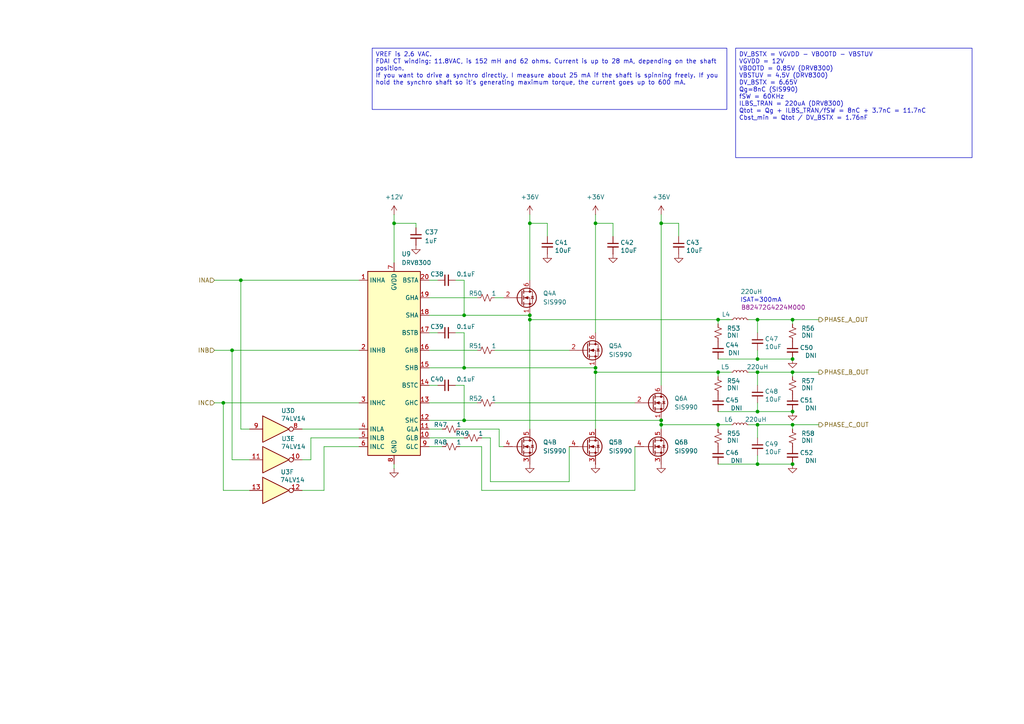
<source format=kicad_sch>
(kicad_sch (version 20250114) (generator "eeschema") (generator_version "9.0")
  (paper "A4")
  (lib_symbols
    (symbol "74xx:74LV14" (pin_names (offset 1.016))
      (property "Reference" "U" (at 0 1.27 0))
      (property "Value" "74LV14" (at 0 -1.27 0))
      (symbol "74LV14_1_0"
        (polyline (pts (xy -3.81 3.81) (xy -3.81 -3.81) (xy 3.81 0) (xy -3.81 3.81)) (stroke (width 0.254)) (fill (type background)))
        (pin input line (at -7.62 0 0) (length 3.81) (name "~") (number "1"))
        (pin output inverted (at 7.62 0 180) (length 3.81) (name "~") (number "2"))
      )
      (symbol "74LV14_2_0"
        (polyline (pts (xy -3.81 3.81) (xy -3.81 -3.81) (xy 3.81 0) (xy -3.81 3.81)) (stroke (width 0.254)) (fill (type background)))
        (pin input line (at -7.62 0 0) (length 3.81) (name "~") (number "3"))
        (pin output inverted (at 7.62 0 180) (length 3.81) (name "~") (number "4"))
      )
      (symbol "74LV14_3_0"
        (polyline (pts (xy -3.81 3.81) (xy -3.81 -3.81) (xy 3.81 0) (xy -3.81 3.81)) (stroke (width 0.254)) (fill (type background)))
        (pin input line (at -7.62 0 0) (length 3.81) (name "~") (number "5"))
        (pin output inverted (at 7.62 0 180) (length 3.81) (name "~") (number "6"))
      )
      (symbol "74LV14_4_0"
        (polyline (pts (xy -3.81 3.81) (xy -3.81 -3.81) (xy 3.81 0) (xy -3.81 3.81)) (stroke (width 0.254)) (fill (type background)))
        (pin input line (at -7.62 0 0) (length 3.81) (name "~") (number "9"))
        (pin output inverted (at 7.62 0 180) (length 3.81) (name "~") (number "8"))
      )
      (symbol "74LV14_5_0"
        (polyline (pts (xy -3.81 3.81) (xy -3.81 -3.81) (xy 3.81 0) (xy -3.81 3.81)) (stroke (width 0.254)) (fill (type background)))
        (pin input line (at -7.62 0 0) (length 3.81) (name "~") (number "11"))
        (pin output inverted (at 7.62 0 180) (length 3.81) (name "~") (number "10"))
      )
      (symbol "74LV14_6_0"
        (polyline (pts (xy -3.81 3.81) (xy -3.81 -3.81) (xy 3.81 0) (xy -3.81 3.81)) (stroke (width 0.254)) (fill (type background)))
        (pin input line (at -7.62 0 0) (length 3.81) (name "~") (number "13"))
        (pin output inverted (at 7.62 0 180) (length 3.81) (name "~") (number "12"))
      )
      (symbol "74LV14_7_0"
        (pin power_in line (at 0 12.7 270) (length 5.08) (name "3.3V") (number "14"))
        (pin power_in line (at 0 -12.7 90) (length 5.08) (name "GND") (number "7"))
      )
      (symbol "74LV14_7_1"
        (rectangle (start -5.08 7.62) (end 5.08 -7.62) (stroke (width 0.254)) (fill (type background)))
      )
    )
    (symbol "Device:C_Small" (pin_numbers (hide yes)) (pin_names (offset 0.254) (hide yes))
      (property "Reference" "C" (at 0.254 1.778 0))
      (property "Value" "C_Small" (at 0.254 -2.032 0))
      (symbol "C_Small_0_1"
        (polyline (pts (xy -1.524 0.508) (xy 1.524 0.508)) (stroke (width 0.3048)))
        (polyline (pts (xy -1.524 -0.508) (xy 1.524 -0.508)) (stroke (width 0.3302)))
      )
      (symbol "C_Small_1_1"
        (pin passive line (at 0 2.54 270) (length 2.032) (name "~") (number "1"))
        (pin passive line (at 0 -2.54 90) (length 2.032) (name "~") (number "2"))
      )
    )
    (symbol "Device:L_Small" (pin_numbers (hide yes)) (pin_names (offset 0.254) (hide yes))
      (property "Reference" "L" (at 0.762 1.016 0))
      (property "Value" "L_Small" (at 0.762 -1.016 0))
      (symbol "L_Small_0_1"
        (arc (start 0 2.032) (mid 0.5058 1.524) (end 0 1.016))
        (arc (start 0 1.016) (mid 0.5058 0.508) (end 0 0))
        (arc (start 0 0) (mid 0.5058 -0.508) (end 0 -1.016))
        (arc (start 0 -1.016) (mid 0.5058 -1.524) (end 0 -2.032))
      )
      (symbol "L_Small_1_1"
        (pin passive line (at 0 2.54 270) (length 0.508) (name "~") (number "1"))
        (pin passive line (at 0 -2.54 90) (length 0.508) (name "~") (number "2"))
      )
    )
    (symbol "Device:R_Small_US" (pin_numbers (hide yes)) (pin_names (offset 0.254) (hide yes))
      (property "Reference" "R" (at 0.762 0.508 0))
      (property "Value" "R_Small_US" (at 0.762 -1.016 0))
      (symbol "R_Small_US_1_1"
        (polyline (pts (xy 0 1.524) (xy 1.016 1.143) (xy 0 0.762) (xy -1.016 0.381) (xy 0 0)))
        (polyline (pts (xy 0 0) (xy 1.016 -0.381) (xy 0 -0.762) (xy -1.016 -1.143) (xy 0 -1.524)))
        (pin passive line (at 0 2.54 270) (length 1.016) (name "~") (number "1"))
        (pin passive line (at 0 -2.54 90) (length 1.016) (name "~") (number "2"))
      )
    )
    (symbol "Transistor_FET:Q_Dual_NMOS_S1G1S2G2D2D1" (pin_names (offset 0) (hide yes))
      (property "Reference" "Q" (at 5.08 1.905 0))
      (property "Value" "Q_Dual_NMOS_S1G1S2G2D2D1" (at 5.08 0 0))
      (symbol "Q_Dual_NMOS_S1G1S2G2D2D1_0_1"
        (polyline (pts (xy 0.254 1.905) (xy 0.254 -1.905)) (stroke (width 0.254)))
        (polyline (pts (xy 0.254 0) (xy -2.54 0)))
        (polyline (pts (xy 0.762 2.286) (xy 0.762 1.27)) (stroke (width 0.254)))
        (polyline (pts (xy 0.762 0.508) (xy 0.762 -0.508)) (stroke (width 0.254)))
        (polyline (pts (xy 0.762 -1.27) (xy 0.762 -2.286)) (stroke (width 0.254)))
        (polyline (pts (xy 0.762 -1.778) (xy 3.302 -1.778) (xy 3.302 1.778) (xy 0.762 1.778)))
        (polyline (pts (xy 1.016 0) (xy 2.032 0.381) (xy 2.032 -0.381) (xy 1.016 0)) (fill (type outline)))
        (circle (center 1.651 0) (radius 2.794) (stroke (width 0.254)))
        (polyline (pts (xy 2.54 2.54) (xy 2.54 1.778)))
        (circle (center 2.54 1.778) (radius 0.254) (fill (type outline)))
        (circle (center 2.54 -1.778) (radius 0.254) (fill (type outline)))
        (polyline (pts (xy 2.54 -2.54) (xy 2.54 0) (xy 0.762 0)))
        (polyline (pts (xy 2.921 0.381) (xy 3.683 0.381)))
        (polyline (pts (xy 3.302 0.381) (xy 2.921 -0.254) (xy 3.683 -0.254) (xy 3.302 0.381)))
      )
      (symbol "Q_Dual_NMOS_S1G1S2G2D2D1_1_1"
        (pin input line (at -5.08 0 0) (length 2.54) (name "G") (number "2"))
        (pin passive line (at 2.54 5.08 270) (length 2.54) (name "D") (number "6"))
        (pin passive line (at 2.54 -5.08 90) (length 2.54) (name "S") (number "1"))
      )
      (symbol "Q_Dual_NMOS_S1G1S2G2D2D1_2_1"
        (pin input line (at -5.08 0 0) (length 2.54) (name "G") (number "4"))
        (pin passive line (at 2.54 5.08 270) (length 2.54) (name "D") (number "5"))
        (pin passive line (at 2.54 -5.08 90) (length 2.54) (name "S") (number "3"))
      )
    )
    (symbol "misc_ic:DRV8300"
      (property "Reference" "U" (at 10.668 4.572 0))
      (property "Value" "DRV8300" (at 14.224 2.032 0))
      (symbol "DRV8300_1_1"
        (rectangle (start 0 0) (end 15.24 -53.34) (stroke (width 0.254)) (fill (type background)))
        (pin input line (at -2.54 -2.54 0) (length 2.54) (name "INHA") (number "1"))
        (pin input line (at -2.54 -22.86 0) (length 2.54) (name "INHB") (number "2"))
        (pin input line (at -2.54 -38.1 0) (length 2.54) (name "INHC") (number "3"))
        (pin input line (at -2.54 -45.72 0) (length 2.54) (name "INLA") (number "4"))
        (pin input line (at -2.54 -48.26 0) (length 2.54) (name "INLB") (number "5"))
        (pin input line (at -2.54 -50.8 0) (length 2.54) (name "INLC") (number "6"))
        (pin power_in line (at 7.62 2.54 270) (length 2.54) (name "GVDD") (number "7"))
        (pin power_in line (at 7.62 -55.88 90) (length 2.54) (name "GND") (number "8"))
        (pin output line (at 17.78 -2.54 180) (length 2.54) (name "BSTA") (number "20"))
        (pin output line (at 17.78 -7.62 180) (length 2.54) (name "GHA") (number "19"))
        (pin passive line (at 17.78 -12.7 180) (length 2.54) (name "SHA") (number "18"))
        (pin output line (at 17.78 -17.78 180) (length 2.54) (name "BSTB") (number "17"))
        (pin output line (at 17.78 -22.86 180) (length 2.54) (name "GHB") (number "16"))
        (pin passive line (at 17.78 -27.94 180) (length 2.54) (name "SHB") (number "15"))
        (pin output line (at 17.78 -33.02 180) (length 2.54) (name "BSTC") (number "14"))
        (pin output line (at 17.78 -38.1 180) (length 2.54) (name "GHC") (number "13"))
        (pin passive line (at 17.78 -43.18 180) (length 2.54) (name "SHC") (number "12"))
        (pin output line (at 17.78 -45.72 180) (length 2.54) (name "GLA") (number "11"))
        (pin output line (at 17.78 -48.26 180) (length 2.54) (name "GLB") (number "10"))
        (pin output line (at 17.78 -50.8 180) (length 2.54) (name "GLC") (number "9"))
      )
    )
    (symbol "power:+12V" (power) (pin_numbers (hide yes)) (pin_names (offset 0) (hide yes))
      (property "Value" "+12V" (at 0 3.556 0))
      (symbol "+12V_0_1"
        (polyline (pts (xy -0.762 1.27) (xy 0 2.54)))
        (polyline (pts (xy 0 2.54) (xy 0.762 1.27)))
        (polyline (pts (xy 0 0) (xy 0 2.54)))
      )
      (symbol "+12V_1_1"
        (pin power_in line (at 0 0 90) (length 0) (name "~") (number "1"))
      )
    )
    (symbol "power:+36V" (power) (pin_numbers (hide yes)) (pin_names (offset 0) (hide yes))
      (property "Value" "+36V" (at 0 3.556 0))
      (symbol "+36V_0_1"
        (polyline (pts (xy -0.762 1.27) (xy 0 2.54)))
        (polyline (pts (xy 0 2.54) (xy 0.762 1.27)))
        (polyline (pts (xy 0 0) (xy 0 2.54)))
      )
      (symbol "+36V_1_1"
        (pin power_in line (at 0 0 90) (length 0) (name "~") (number "1"))
      )
    )
    (symbol "power:GND" (power) (pin_numbers (hide yes)) (pin_names (offset 0) (hide yes))
      (property "Value" "GND" (at 0 -3.81 0))
      (symbol "GND_0_1"
        (polyline (pts (xy 0 0) (xy 0 -1.27) (xy 1.27 -1.27) (xy 0 -2.54) (xy -1.27 -1.27) (xy 0 -1.27)))
      )
      (symbol "GND_1_1"
        (pin power_in line (at 0 0 270) (length 0) (name "~") (number "1"))
      )
    )
  )
  (text "ISAT=300mA" (at 220.726 87.122 0) (effects (font (size 1.27 1.27))))
  (text_box "DV_BSTX = VGVDD - VBOOTD - VBSTUV\nVGVDD = 12V\nVBOOTD = 0.85V (DRV8300)\nVBSTUV = 4.5V (DRV8300)\nDV_BSTX = 6.65V\nQg=8nC (SIS990)\nfSW = 60KHz\nILBS_TRAN = 220uA (DRV8300)\nQtot = Qg + ILBS_TRAN/fSW = 8nC + 3.7nC = 11.7nC\nCbst_min = Qtot / DV_BSTX = 1.76nF" (at 213.36 13.97 0) (size 68.58 31.75) (margins 0.9525 0.9525 0.9525 0.9525) (effects (font (size 1.27 1.27)) (justify left top)))
  (text_box "VREF is 2.6 VAC.\nFDAI CT winding: 11.8VAC, is 152 mH and 62 ohms. Current is up to 28 mA, depending on the shaft position.\nIf you want to drive a synchro directly, I measure about 25 mA if the shaft is spinning freely. If you hold the synchro shaft so it's generating maximum torque, the current goes up to 600 mA.\n" (at 107.95 13.97 0) (size 102.87 17.78) (margins 0.9525 0.9525 0.9525 0.9525) (effects (font (size 1.27 1.27)) (justify left top)))
  (junction (at 64.77 116.84))
  (junction (at 172.72 107.95))
  (junction (at 219.71 119.38))
  (junction (at 153.67 91.44))
  (junction (at 134.62 121.92))
  (junction (at 134.62 106.68))
  (junction (at 191.77 123.19))
  (junction (at 153.67 64.77))
  (junction (at 153.67 92.71))
  (junction (at 219.71 123.19))
  (junction (at 219.71 107.95))
  (junction (at 69.85 81.28))
  (junction (at 229.87 134.62))
  (junction (at 172.72 106.68))
  (junction (at 219.71 104.14))
  (junction (at 219.71 134.62))
  (junction (at 229.87 119.38))
  (junction (at 172.72 64.77))
  (junction (at 229.87 107.95))
  (junction (at 208.28 92.71))
  (junction (at 229.87 123.19))
  (junction (at 208.28 123.19))
  (junction (at 219.71 92.71))
  (junction (at 229.87 92.71))
  (junction (at 208.28 107.95))
  (junction (at 191.77 121.92))
  (junction (at 67.31 101.6))
  (junction (at 134.62 91.44))
  (junction (at 191.77 64.77))
  (junction (at 114.3 64.77))
  (junction (at 229.87 104.14))
  (wire (pts (xy 172.72 62.23) (xy 172.72 64.77)))
  (wire (pts (xy 143.51 116.84) (xy 184.15 116.84)))
  (wire (pts (xy 144.78 129.54) (xy 146.05 129.54)))
  (wire (pts (xy 229.87 107.95) (xy 229.87 109.22)))
  (wire (pts (xy 128.27 129.54) (xy 124.46 129.54)))
  (wire (pts (xy 114.3 135.89) (xy 114.3 134.62)))
  (wire (pts (xy 134.62 106.68) (xy 172.72 106.68)))
  (wire (pts (xy 124.46 96.52) (xy 127 96.52)))
  (wire (pts (xy 229.87 123.19) (xy 237.49 123.19)))
  (wire (pts (xy 134.62 111.76) (xy 134.62 121.92)))
  (wire (pts (xy 208.28 123.19) (xy 208.28 124.46)))
  (wire (pts (xy 191.77 123.19) (xy 191.77 124.46)))
  (wire (pts (xy 208.28 107.95) (xy 212.09 107.95)))
  (wire (pts (xy 72.39 133.35) (xy 67.31 133.35)))
  (wire (pts (xy 219.71 134.62) (xy 219.71 132.08)))
  (wire (pts (xy 128.27 124.46) (xy 124.46 124.46)))
  (wire (pts (xy 143.51 101.6) (xy 165.1 101.6)))
  (wire (pts (xy 208.28 92.71) (xy 208.28 93.98)))
  (wire (pts (xy 158.75 64.77) (xy 153.67 64.77)))
  (wire (pts (xy 208.28 92.71) (xy 212.09 92.71)))
  (wire (pts (xy 172.72 107.95) (xy 208.28 107.95)))
  (wire (pts (xy 134.62 121.92) (xy 191.77 121.92)))
  (wire (pts (xy 69.85 81.28) (xy 104.14 81.28)))
  (wire (pts (xy 144.78 129.54) (xy 144.78 124.46)))
  (wire (pts (xy 177.8 68.58) (xy 177.8 64.77)))
  (wire (pts (xy 143.51 86.36) (xy 146.05 86.36)))
  (wire (pts (xy 93.98 129.54) (xy 93.98 142.24)))
  (wire (pts (xy 229.87 123.19) (xy 229.87 124.46)))
  (wire (pts (xy 153.67 92.71) (xy 153.67 124.46)))
  (wire (pts (xy 132.08 111.76) (xy 134.62 111.76)))
  (wire (pts (xy 219.71 104.14) (xy 229.87 104.14)))
  (wire (pts (xy 124.46 81.28) (xy 127 81.28)))
  (wire (pts (xy 67.31 133.35) (xy 67.31 101.6)))
  (wire (pts (xy 208.28 107.95) (xy 208.28 109.22)))
  (wire (pts (xy 114.3 64.77) (xy 120.65 64.77)))
  (wire (pts (xy 172.72 64.77) (xy 172.72 96.52)))
  (wire (pts (xy 219.71 119.38) (xy 219.71 116.84)))
  (wire (pts (xy 114.3 62.23) (xy 114.3 64.77)))
  (wire (pts (xy 142.24 139.7) (xy 142.24 127)))
  (wire (pts (xy 142.24 127) (xy 139.7 127)))
  (wire (pts (xy 219.71 107.95) (xy 229.87 107.95)))
  (wire (pts (xy 153.67 91.44) (xy 153.67 92.71)))
  (wire (pts (xy 229.87 92.71) (xy 237.49 92.71)))
  (wire (pts (xy 134.62 127) (xy 124.46 127)))
  (wire (pts (xy 219.71 119.38) (xy 229.87 119.38)))
  (wire (pts (xy 120.65 64.77) (xy 120.65 66.04)))
  (wire (pts (xy 124.46 111.76) (xy 127 111.76)))
  (wire (pts (xy 124.46 91.44) (xy 134.62 91.44)))
  (wire (pts (xy 153.67 64.77) (xy 153.67 81.28)))
  (wire (pts (xy 132.08 96.52) (xy 134.62 96.52)))
  (wire (pts (xy 219.71 96.52) (xy 219.71 92.71)))
  (wire (pts (xy 158.75 68.58) (xy 158.75 64.77)))
  (wire (pts (xy 124.46 101.6) (xy 138.43 101.6)))
  (wire (pts (xy 165.1 139.7) (xy 142.24 139.7)))
  (wire (pts (xy 208.28 104.14) (xy 219.71 104.14)))
  (wire (pts (xy 124.46 106.68) (xy 134.62 106.68)))
  (wire (pts (xy 208.28 134.62) (xy 219.71 134.62)))
  (wire (pts (xy 208.28 123.19) (xy 212.09 123.19)))
  (wire (pts (xy 93.98 129.54) (xy 104.14 129.54)))
  (wire (pts (xy 184.15 129.54) (xy 184.15 142.24)))
  (wire (pts (xy 62.23 101.6) (xy 67.31 101.6)))
  (wire (pts (xy 69.85 124.46) (xy 69.85 81.28)))
  (wire (pts (xy 219.71 111.76) (xy 219.71 107.95)))
  (wire (pts (xy 134.62 91.44) (xy 153.67 91.44)))
  (wire (pts (xy 114.3 64.77) (xy 114.3 76.2)))
  (wire (pts (xy 153.67 92.71) (xy 208.28 92.71)))
  (wire (pts (xy 191.77 121.92) (xy 191.77 123.19)))
  (wire (pts (xy 124.46 121.92) (xy 134.62 121.92)))
  (wire (pts (xy 139.7 142.24) (xy 139.7 129.54)))
  (wire (pts (xy 219.71 104.14) (xy 219.71 101.6)))
  (wire (pts (xy 165.1 129.54) (xy 165.1 139.7)))
  (wire (pts (xy 124.46 86.36) (xy 138.43 86.36)))
  (wire (pts (xy 219.71 123.19) (xy 229.87 123.19)))
  (wire (pts (xy 64.77 142.24) (xy 64.77 116.84)))
  (wire (pts (xy 144.78 124.46) (xy 133.35 124.46)))
  (wire (pts (xy 62.23 81.28) (xy 69.85 81.28)))
  (wire (pts (xy 134.62 81.28) (xy 134.62 91.44)))
  (wire (pts (xy 139.7 129.54) (xy 133.35 129.54)))
  (wire (pts (xy 219.71 134.62) (xy 229.87 134.62)))
  (wire (pts (xy 229.87 107.95) (xy 237.49 107.95)))
  (wire (pts (xy 191.77 62.23) (xy 191.77 64.77)))
  (wire (pts (xy 177.8 64.77) (xy 172.72 64.77)))
  (wire (pts (xy 87.63 124.46) (xy 104.14 124.46)))
  (wire (pts (xy 219.71 107.95) (xy 217.17 107.95)))
  (wire (pts (xy 153.67 62.23) (xy 153.67 64.77)))
  (wire (pts (xy 132.08 81.28) (xy 134.62 81.28)))
  (wire (pts (xy 229.87 92.71) (xy 229.87 93.98)))
  (wire (pts (xy 184.15 142.24) (xy 139.7 142.24)))
  (wire (pts (xy 191.77 64.77) (xy 191.77 111.76)))
  (wire (pts (xy 219.71 92.71) (xy 229.87 92.71)))
  (wire (pts (xy 208.28 119.38) (xy 219.71 119.38)))
  (wire (pts (xy 90.17 127) (xy 104.14 127)))
  (wire (pts (xy 64.77 116.84) (xy 104.14 116.84)))
  (wire (pts (xy 72.39 142.24) (xy 64.77 142.24)))
  (wire (pts (xy 72.39 124.46) (xy 69.85 124.46)))
  (wire (pts (xy 219.71 92.71) (xy 217.17 92.71)))
  (wire (pts (xy 62.23 116.84) (xy 64.77 116.84)))
  (wire (pts (xy 219.71 123.19) (xy 217.17 123.19)))
  (wire (pts (xy 196.85 64.77) (xy 191.77 64.77)))
  (wire (pts (xy 90.17 133.35) (xy 87.63 133.35)))
  (wire (pts (xy 196.85 68.58) (xy 196.85 64.77)))
  (wire (pts (xy 172.72 106.68) (xy 172.72 107.95)))
  (wire (pts (xy 172.72 107.95) (xy 172.72 124.46)))
  (wire (pts (xy 67.31 101.6) (xy 104.14 101.6)))
  (wire (pts (xy 134.62 96.52) (xy 134.62 106.68)))
  (wire (pts (xy 191.77 123.19) (xy 208.28 123.19)))
  (wire (pts (xy 219.71 127) (xy 219.71 123.19)))
  (wire (pts (xy 124.46 116.84) (xy 138.43 116.84)))
  (wire (pts (xy 93.98 142.24) (xy 87.63 142.24)))
  (wire (pts (xy 90.17 127) (xy 90.17 133.35)))
  (hierarchical_label "PHASE_C_OUT" (shape output) (at 237.49 123.19 0))
  (hierarchical_label "PHASE_B_OUT" (shape output) (at 237.49 107.95 0))
  (hierarchical_label "INA" (shape input) (at 62.23 81.28 180))
  (hierarchical_label "INC" (shape input) (at 62.23 116.84 180))
  (hierarchical_label "PHASE_A_OUT" (shape output) (at 237.49 92.71 0))
  (hierarchical_label "INB" (shape input) (at 62.23 101.6 180))
  (symbol (lib_id "Device:C_Small") (at 208.28 101.6 0) (unit 1)
    (property "Reference" "C16" (at 212.344 100.076 0))
    (property "Value" "DNI" (at 212.852 102.362 0))
    (property "Footprint" "Passive:CAPC2012X55" (effects (hide yes)))
    (property "Description" "Unpolarized capacitor, small symbol" (effects (hide yes)))
    (instances (project "SynchroDriverD" (path "" (reference "C44") (unit 1)) (path "" (reference "C16") (unit 1)) (path "" (reference "C60") (unit 1))))
  )
  (symbol (lib_id "Device:L_Small") (at 214.63 107.95 90) (unit 1)
    (property "Reference" "L2" (at 210.312 106.426 90))
    (property "Value" "220uH" (at 219.71 106.426 90))
    (property "Footprint" "Inductor_SMD:L_7.3x7.3_H3.5" (effects (hide yes)))
    (property "Description" "Inductor, small symbol" (effects (hide yes)))
    (property "MPN" "B82472G4224M000" (effects (hide yes)))
    (instances (project "SynchroDriverD" (path "" (reference "L5") (unit 1)) (path "" (reference "L2") (unit 1)) (path "" (reference "L8") (unit 1))))
  )
  (symbol (lib_id "Device:C_Small") (at 208.28 116.84 0) (unit 1)
    (property "Reference" "C17" (at 212.344 116.078 0))
    (property "Value" "DNI" (at 213.614 118.364 0))
    (property "Footprint" "Passive:CAPC2012X55" (effects (hide yes)))
    (property "Description" "Unpolarized capacitor, small symbol" (effects (hide yes)))
    (instances (project "SynchroDriverD" (path "" (reference "C45") (unit 1)) (path "" (reference "C17") (unit 1)) (path "" (reference "C61") (unit 1))))
  )
  (symbol (lib_id "Device:R_Small_US") (at 208.28 111.76 0) (unit 1)
    (property "Reference" "R12" (at 210.82 110.4899 0) (effects (justify left)))
    (property "Value" "DNI" (at 210.82 112.522 0) (effects (justify left)))
    (property "Footprint" "Passive:RESC2012X55" (effects (hide yes)))
    (property "Description" "Resistor, small US symbol" (effects (hide yes)))
    (instances (project "SynchroDriverD" (path "" (reference "R54") (unit 1)) (path "" (reference "R12") (unit 1)) (path "" (reference "R66") (unit 1))))
  )
  (symbol (lib_id "Transistor_FET:Q_Dual_NMOS_S1G1S2G2D2D1") (at 151.13 129.54 0) (unit 2)
    (property "Reference" "Q1" (at 157.48 128.2699 0) (effects (justify left)))
    (property "Value" "SIS990" (at 157.48 130.8099 0) (effects (justify left)))
    (property "Footprint" "Package_SO:Vishay_PowerPAK_1212-8_Dual" (effects (hide yes)))
    (property "Description" "Dual NMOS transistor, 6 pin package" (effects (hide yes)))
    (instances (project "SynchroDriverD" (path "" (reference "Q4") (unit 2)) (path "" (reference "Q1") (unit 2)) (path "" (reference "Q7") (unit 2))))
  )
  (symbol (lib_id "Device:C_Small") (at 229.87 116.84 0) (unit 1)
    (property "Reference" "C23" (at 233.934 116.078 0))
    (property "Value" "DNI" (at 235.204 118.364 0))
    (property "Footprint" "Passive:CAPC2012X55" (effects (hide yes)))
    (property "Description" "Unpolarized capacitor, small symbol" (effects (hide yes)))
    (instances (project "SynchroDriverD" (path "" (reference "C51") (unit 1)) (path "" (reference "C23") (unit 1)) (path "" (reference "C67") (unit 1))))
  )
  (symbol (lib_id "power:GND") (at 177.8 73.66 0) (unit 1)
    (property "Reference" "#PWR038" (effects (hide yes)))
    (property "Value" "GND" (effects (hide yes)))
    (property "Description" "Power symbol creates a global label with name \"GND\" , ground" (effects (hide yes)))
    (instances (project "SynchroDriverD" (path "" (reference "#PWR059") (unit 1)) (path "" (reference "#PWR038") (unit 1)) (path "" (reference "#PWR074") (unit 1))))
  )
  (symbol (lib_id "Device:R_Small_US") (at 130.81 129.54 90) (unit 1)
    (property "Reference" "R6" (at 127.762 128.27 90))
    (property "Value" "1" (at 133.096 128.27 90))
    (property "Footprint" "Passive:RESC1608X55" (effects (hide yes)))
    (property "Description" "Resistor, small US symbol" (effects (hide yes)))
    (instances (project "SynchroDriverD" (path "" (reference "R48") (unit 1)) (path "" (reference "R6") (unit 1)) (path "" (reference "R60") (unit 1))))
  )
  (symbol (lib_id "power:GND") (at 114.3 135.89 0) (unit 1)
    (property "Reference" "#PWR031" (effects (hide yes)))
    (property "Value" "GND" (effects (hide yes)))
    (property "Description" "Power symbol creates a global label with name \"GND\" , ground" (effects (hide yes)))
    (instances (project "SynchroDriverD" (path "" (reference "#PWR052") (unit 1)) (path "" (reference "#PWR031") (unit 1)) (path "" (reference "#PWR067") (unit 1))))
  )
  (symbol (lib_id "Device:C_Small") (at 219.71 129.54 0) (unit 1)
    (property "Reference" "C21" (at 223.774 128.778 0))
    (property "Value" "10uF" (at 224.282 131.064 0))
    (property "Footprint" "Capacitor_SMD:C_1206_3216Metric" (effects (hide yes)))
    (property "Description" "Unpolarized capacitor, small symbol" (effects (hide yes)))
    (property "MPN" "CL31A106KBHNNNE" (effects (hide yes)))
    (instances (project "SynchroDriverD" (path "" (reference "C49") (unit 1)) (path "" (reference "C21") (unit 1)) (path "" (reference "C65") (unit 1))))
  )
  (symbol (lib_id "Device:R_Small_US") (at 140.97 116.84 90) (unit 1)
    (property "Reference" "R10" (at 137.922 115.57 90))
    (property "Value" "1" (at 143.256 115.57 90))
    (property "Footprint" "Passive:RESC1608X55" (effects (hide yes)))
    (property "Description" "Resistor, small US symbol" (effects (hide yes)))
    (instances (project "SynchroDriverD" (path "" (reference "R52") (unit 1)) (path "" (reference "R10") (unit 1)) (path "" (reference "R64") (unit 1))))
  )
  (symbol (lib_id "power:+12V") (at 114.3 62.23 0) (unit 1)
    (property "Reference" "#PWR030" (effects (hide yes)))
    (property "Value" "+12V" (at 114.3 57.15 0))
    (property "Description" "Power symbol creates a global label with name \"+12V\"" (effects (hide yes)))
    (instances (project "SynchroDriverD" (path "" (reference "#PWR051") (unit 1)) (path "" (reference "#PWR030") (unit 1)) (path "" (reference "#PWR066") (unit 1))))
  )
  (symbol (lib_id "Device:R_Small_US") (at 229.87 96.52 0) (unit 1)
    (property "Reference" "R14" (at 232.41 95.2499 0) (effects (justify left)))
    (property "Value" "DNI" (at 232.41 97.282 0) (effects (justify left)))
    (property "Footprint" "Passive:RESC2012X55" (effects (hide yes)))
    (property "Description" "Resistor, small US symbol" (effects (hide yes)))
    (instances (project "SynchroDriverD" (path "" (reference "R56") (unit 1)) (path "" (reference "R14") (unit 1)) (path "" (reference "R68") (unit 1))))
  )
  (symbol (lib_id "power:+36V") (at 153.67 62.23 0) (unit 1)
    (property "Reference" "#PWR033" (effects (hide yes)))
    (property "Value" "+36V" (at 153.67 57.15 0))
    (property "Description" "Power symbol creates a global label with name \"+36V\"" (effects (hide yes)))
    (instances (project "SynchroDriverD" (path "" (reference "#PWR054") (unit 1)) (path "" (reference "#PWR033") (unit 1)) (path "" (reference "#PWR069") (unit 1))))
  )
  (symbol (lib_id "Device:C_Small") (at 219.71 99.06 0) (unit 1)
    (property "Reference" "C19" (at 223.774 98.298 0))
    (property "Value" "10uF" (at 224.282 100.584 0))
    (property "Footprint" "Capacitor_SMD:C_1206_3216Metric" (effects (hide yes)))
    (property "Description" "Unpolarized capacitor, small symbol" (effects (hide yes)))
    (property "MPN" "CL31A106KBHNNNE" (effects (hide yes)))
    (instances (project "SynchroDriverD" (path "" (reference "C47") (unit 1)) (path "" (reference "C19") (unit 1)) (path "" (reference "C63") (unit 1))))
  )
  (symbol (lib_id "Device:L_Small") (at 214.63 123.19 90) (unit 1)
    (property "Reference" "L3" (at 211.328 121.666 90))
    (property "Value" "220uH" (at 219.202 121.666 90))
    (property "Footprint" "Inductor_SMD:L_7.3x7.3_H3.5" (effects (hide yes)))
    (property "Description" "Inductor, small symbol" (effects (hide yes)))
    (property "MPN" "B82472G4224M000" (effects (hide yes)))
    (instances (project "SynchroDriverD" (path "" (reference "L6") (unit 1)) (path "" (reference "L3") (unit 1)) (path "" (reference "L9") (unit 1))))
  )
  (symbol (lib_id "Device:L_Small") (at 214.63 92.71 90) (unit 1)
    (property "Reference" "L1" (at 210.566 91.186 90))
    (property "Value" "220uH" (at 217.932 84.582 90))
    (property "Footprint" "Inductor_SMD:L_7.3x7.3_H3.5" (effects (hide yes)))
    (property "Description" "Inductor, small symbol" (effects (hide yes)))
    (property "MPN" "B82472G4224M000" (at 224.282 89.154 90))
    (instances (project "SynchroDriverD" (path "" (reference "L4") (unit 1)) (path "" (reference "L1") (unit 1)) (path "" (reference "L7") (unit 1))))
  )
  (symbol (lib_id "power:GND") (at 191.77 134.62 0) (unit 1)
    (property "Reference" "#PWR040" (effects (hide yes)))
    (property "Value" "GND" (effects (hide yes)))
    (property "Description" "Power symbol creates a global label with name \"GND\" , ground" (effects (hide yes)))
    (instances (project "SynchroDriverD" (path "" (reference "#PWR061") (unit 1)) (path "" (reference "#PWR040") (unit 1)) (path "" (reference "#PWR076") (unit 1))))
  )
  (symbol (lib_id "power:GND") (at 196.85 73.66 0) (unit 1)
    (property "Reference" "#PWR041" (effects (hide yes)))
    (property "Value" "GND" (effects (hide yes)))
    (property "Description" "Power symbol creates a global label with name \"GND\" , ground" (effects (hide yes)))
    (instances (project "SynchroDriverD" (path "" (reference "#PWR062") (unit 1)) (path "" (reference "#PWR041") (unit 1)) (path "" (reference "#PWR077") (unit 1))))
  )
  (symbol (lib_id "Device:C_Small") (at 177.8 71.12 0) (unit 1)
    (property "Reference" "C14" (at 181.864 70.358 0))
    (property "Value" "10uF" (at 182.372 72.644 0))
    (property "Footprint" "Capacitor_SMD:C_1206_3216Metric" (effects (hide yes)))
    (property "Description" "Unpolarized capacitor, small symbol" (effects (hide yes)))
    (property "MPN" "CL31A106KBHNNNE" (effects (hide yes)))
    (instances (project "SynchroDriverD" (path "" (reference "C42") (unit 1)) (path "" (reference "C14") (unit 1)) (path "" (reference "C58") (unit 1))))
  )
  (symbol (lib_id "Device:R_Small_US") (at 229.87 111.76 0) (unit 1)
    (property "Reference" "R15" (at 232.41 110.4899 0) (effects (justify left)))
    (property "Value" "DNI" (at 232.41 112.522 0) (effects (justify left)))
    (property "Footprint" "Passive:RESC2012X55" (effects (hide yes)))
    (property "Description" "Resistor, small US symbol" (effects (hide yes)))
    (instances (project "SynchroDriverD" (path "" (reference "R57") (unit 1)) (path "" (reference "R15") (unit 1)) (path "" (reference "R69") (unit 1))))
  )
  (symbol (lib_id "power:GND") (at 153.67 134.62 0) (unit 1)
    (property "Reference" "#PWR034" (effects (hide yes)))
    (property "Value" "GND" (effects (hide yes)))
    (property "Description" "Power symbol creates a global label with name \"GND\" , ground" (effects (hide yes)))
    (instances (project "SynchroDriverD" (path "" (reference "#PWR055") (unit 1)) (path "" (reference "#PWR034") (unit 1)) (path "" (reference "#PWR070") (unit 1))))
  )
  (symbol (lib_id "Device:R_Small_US") (at 208.28 127 0) (unit 1)
    (property "Reference" "R13" (at 210.82 125.7299 0) (effects (justify left)))
    (property "Value" "DNI" (at 210.82 127.762 0) (effects (justify left)))
    (property "Footprint" "Passive:RESC2012X55" (effects (hide yes)))
    (property "Description" "Resistor, small US symbol" (effects (hide yes)))
    (instances (project "SynchroDriverD" (path "" (reference "R55") (unit 1)) (path "" (reference "R13") (unit 1)) (path "" (reference "R67") (unit 1))))
  )
  (symbol (lib_id "Device:C_Small") (at 229.87 101.6 0) (unit 1)
    (property "Reference" "C22" (at 233.934 100.838 0))
    (property "Value" "DNI" (at 235.204 103.124 0))
    (property "Footprint" "Passive:CAPC2012X55" (effects (hide yes)))
    (property "Description" "Unpolarized capacitor, small symbol" (effects (hide yes)))
    (instances (project "SynchroDriverD" (path "" (reference "C50") (unit 1)) (path "" (reference "C22") (unit 1)) (path "" (reference "C66") (unit 1))))
  )
  (symbol (lib_id "Device:C_Small") (at 208.28 132.08 0) (unit 1)
    (property "Reference" "C18" (at 212.344 131.318 0))
    (property "Value" "DNI" (at 213.614 133.604 0))
    (property "Footprint" "Passive:CAPC2012X55" (effects (hide yes)))
    (property "Description" "Unpolarized capacitor, small symbol" (effects (hide yes)))
    (instances (project "SynchroDriverD" (path "" (reference "C46") (unit 1)) (path "" (reference "C18") (unit 1)) (path "" (reference "C62") (unit 1))))
  )
  (symbol (lib_id "74xx:74LV14") (at 80.01 124.46 0) (unit 1)
    (property "Reference" "U3" (at 83.566 119.126 0))
    (property "Value" "74LV14" (at 85.09 121.412 0))
    (property "Footprint" "Active:SOP127P620X175-14" (effects (hide yes)))
    (property "Datasheet" "http://www.ti.com/lit/gpn/sn74LV14" (effects (hide yes)))
    (property "Description" "Hex Inverter" (effects (hide yes)))
    (instances (project "SynchroDriverD" (path "" (reference "U3") (unit 4)) (path "" (reference "U3") (unit 1)) (path "" (reference "U4") (unit 1))))
  )
  (symbol (lib_id "power:GND") (at 172.72 134.62 0) (unit 1)
    (property "Reference" "#PWR037" (effects (hide yes)))
    (property "Value" "GND" (effects (hide yes)))
    (property "Description" "Power symbol creates a global label with name \"GND\" , ground" (effects (hide yes)))
    (instances (project "SynchroDriverD" (path "" (reference "#PWR058") (unit 1)) (path "" (reference "#PWR037") (unit 1)) (path "" (reference "#PWR073") (unit 1))))
  )
  (symbol (lib_id "Device:R_Small_US") (at 140.97 86.36 90) (unit 1)
    (property "Reference" "R8" (at 137.922 85.09 90))
    (property "Value" "1" (at 143.256 85.09 90))
    (property "Footprint" "Passive:RESC1608X55" (effects (hide yes)))
    (property "Description" "Resistor, small US symbol" (effects (hide yes)))
    (instances (project "SynchroDriverD" (path "" (reference "R50") (unit 1)) (path "" (reference "R8") (unit 1)) (path "" (reference "R62") (unit 1))))
  )
  (symbol (lib_id "power:+36V") (at 172.72 62.23 0) (unit 1)
    (property "Reference" "#PWR036" (effects (hide yes)))
    (property "Value" "+36V" (at 172.72 57.15 0))
    (property "Description" "Power symbol creates a global label with name \"+36V\"" (effects (hide yes)))
    (instances (project "SynchroDriverD" (path "" (reference "#PWR057") (unit 1)) (path "" (reference "#PWR036") (unit 1)) (path "" (reference "#PWR072") (unit 1))))
  )
  (symbol (lib_id "Device:R_Small_US") (at 140.97 101.6 90) (unit 1)
    (property "Reference" "R9" (at 137.922 100.33 90))
    (property "Value" "1" (at 143.256 100.33 90))
    (property "Footprint" "Passive:RESC1608X55" (effects (hide yes)))
    (property "Description" "Resistor, small US symbol" (effects (hide yes)))
    (instances (project "SynchroDriverD" (path "" (reference "R51") (unit 1)) (path "" (reference "R9") (unit 1)) (path "" (reference "R63") (unit 1))))
  )
  (symbol (lib_id "Device:C_Small") (at 219.71 114.3 0) (unit 1)
    (property "Reference" "C20" (at 223.774 113.538 0))
    (property "Value" "10uF" (at 224.282 115.824 0))
    (property "Footprint" "Capacitor_SMD:C_1206_3216Metric" (effects (hide yes)))
    (property "Description" "Unpolarized capacitor, small symbol" (effects (hide yes)))
    (property "MPN" "CL31A106KBHNNNE" (effects (hide yes)))
    (instances (project "SynchroDriverD" (path "" (reference "C48") (unit 1)) (path "" (reference "C20") (unit 1)) (path "" (reference "C64") (unit 1))))
  )
  (symbol (lib_id "74xx:74LV14") (at 80.01 133.35 0) (unit 2)
    (property "Reference" "U3" (at 83.566 127.254 0))
    (property "Value" "74LV14" (at 85.09 129.54 0))
    (property "Footprint" "Active:SOP127P620X175-14" (effects (hide yes)))
    (property "Datasheet" "http://www.ti.com/lit/gpn/sn74LV14" (effects (hide yes)))
    (property "Description" "Hex Inverter" (effects (hide yes)))
    (instances (project "SynchroDriverD" (path "" (reference "U3") (unit 5)) (path "" (reference "U3") (unit 2)) (path "" (reference "U4") (unit 2))))
  )
  (symbol (lib_id "power:GND") (at 229.87 104.14 0) (unit 1)
    (property "Reference" "#PWR042" (effects (hide yes)))
    (property "Value" "GND" (effects (hide yes)))
    (property "Description" "Power symbol creates a global label with name \"GND\" , ground" (effects (hide yes)))
    (instances (project "SynchroDriverD" (path "" (reference "#PWR063") (unit 1)) (path "" (reference "#PWR042") (unit 1)) (path "" (reference "#PWR078") (unit 1))))
  )
  (symbol (lib_id "power:+36V") (at 191.77 62.23 0) (unit 1)
    (property "Reference" "#PWR039" (effects (hide yes)))
    (property "Value" "+36V" (at 191.77 57.15 0))
    (property "Description" "Power symbol creates a global label with name \"+36V\"" (effects (hide yes)))
    (instances (project "SynchroDriverD" (path "" (reference "#PWR060") (unit 1)) (path "" (reference "#PWR039") (unit 1)) (path "" (reference "#PWR075") (unit 1))))
  )
  (symbol (lib_id "power:GND") (at 158.75 73.66 0) (unit 1)
    (property "Reference" "#PWR035" (effects (hide yes)))
    (property "Value" "GND" (effects (hide yes)))
    (property "Description" "Power symbol creates a global label with name \"GND\" , ground" (effects (hide yes)))
    (instances (project "SynchroDriverD" (path "" (reference "#PWR056") (unit 1)) (path "" (reference "#PWR035") (unit 1)) (path "" (reference "#PWR071") (unit 1))))
  )
  (symbol (lib_id "Device:C_Small") (at 129.54 81.28 90) (unit 1)
    (property "Reference" "C10" (at 126.746 79.502 90))
    (property "Value" "0.1uF" (at 135.128 79.502 90))
    (property "Footprint" "Passive:CAPC1608X100" (effects (hide yes)))
    (property "Description" "Unpolarized capacitor, small symbol" (effects (hide yes)))
    (instances (project "SynchroDriverD" (path "" (reference "C38") (unit 1)) (path "" (reference "C10") (unit 1)) (path "" (reference "C54") (unit 1))))
  )
  (symbol (lib_id "Device:R_Small_US") (at 208.28 96.52 0) (unit 1)
    (property "Reference" "R11" (at 210.82 95.2499 0) (effects (justify left)))
    (property "Value" "DNI" (at 210.82 97.282 0) (effects (justify left)))
    (property "Footprint" "Passive:RESC2012X55" (effects (hide yes)))
    (property "Description" "Resistor, small US symbol" (effects (hide yes)))
    (instances (project "SynchroDriverD" (path "" (reference "R53") (unit 1)) (path "" (reference "R11") (unit 1)) (path "" (reference "R65") (unit 1))))
  )
  (symbol (lib_id "power:GND") (at 120.65 71.12 0) (unit 1)
    (property "Reference" "#PWR032" (effects (hide yes)))
    (property "Value" "GND" (effects (hide yes)))
    (property "Description" "Power symbol creates a global label with name \"GND\" , ground" (effects (hide yes)))
    (instances (project "SynchroDriverD" (path "" (reference "#PWR053") (unit 1)) (path "" (reference "#PWR032") (unit 1)) (path "" (reference "#PWR068") (unit 1))))
  )
  (symbol (lib_id "power:GND") (at 229.87 119.38 0) (unit 1)
    (property "Reference" "#PWR043" (effects (hide yes)))
    (property "Value" "GND" (effects (hide yes)))
    (property "Description" "Power symbol creates a global label with name \"GND\" , ground" (effects (hide yes)))
    (instances (project "SynchroDriverD" (path "" (reference "#PWR064") (unit 1)) (path "" (reference "#PWR043") (unit 1)) (path "" (reference "#PWR079") (unit 1))))
  )
  (symbol (lib_id "Device:R_Small_US") (at 130.81 124.46 90) (unit 1)
    (property "Reference" "R5" (at 127.762 123.19 90))
    (property "Value" "1" (at 133.096 123.19 90))
    (property "Footprint" "Passive:RESC1608X55" (effects (hide yes)))
    (property "Description" "Resistor, small US symbol" (effects (hide yes)))
    (instances (project "SynchroDriverD" (path "" (reference "R47") (unit 1)) (path "" (reference "R5") (unit 1)) (path "" (reference "R59") (unit 1))))
  )
  (symbol (lib_id "Device:C_Small") (at 129.54 111.76 90) (unit 1)
    (property "Reference" "C12" (at 126.746 109.982 90))
    (property "Value" "0.1uF" (at 135.128 109.982 90))
    (property "Footprint" "Passive:CAPC1608X100" (effects (hide yes)))
    (property "Description" "Unpolarized capacitor, small symbol" (effects (hide yes)))
    (instances (project "SynchroDriverD" (path "" (reference "C40") (unit 1)) (path "" (reference "C12") (unit 1)) (path "" (reference "C56") (unit 1))))
  )
  (symbol (lib_id "Transistor_FET:Q_Dual_NMOS_S1G1S2G2D2D1") (at 189.23 129.54 0) (unit 2)
    (property "Reference" "Q3" (at 195.58 128.2699 0) (effects (justify left)))
    (property "Value" "SIS990" (at 195.58 130.8099 0) (effects (justify left)))
    (property "Footprint" "Package_SO:Vishay_PowerPAK_1212-8_Dual" (effects (hide yes)))
    (property "Description" "Dual NMOS transistor, 6 pin package" (effects (hide yes)))
    (instances (project "SynchroDriverD" (path "" (reference "Q6") (unit 2)) (path "" (reference "Q3") (unit 2)) (path "" (reference "Q9") (unit 2))))
  )
  (symbol (lib_id "Transistor_FET:Q_Dual_NMOS_S1G1S2G2D2D1") (at 170.18 129.54 0) (unit 2)
    (property "Reference" "Q2" (at 176.53 128.2699 0) (effects (justify left)))
    (property "Value" "SIS990" (at 176.53 130.8099 0) (effects (justify left)))
    (property "Footprint" "Package_SO:Vishay_PowerPAK_1212-8_Dual" (effects (hide yes)))
    (property "Description" "Dual NMOS transistor, 6 pin package" (effects (hide yes)))
    (instances (project "SynchroDriverD" (path "" (reference "Q5") (unit 2)) (path "" (reference "Q2") (unit 2)) (path "" (reference "Q8") (unit 2))))
  )
  (symbol (lib_id "Device:C_Small") (at 229.87 132.08 0) (unit 1)
    (property "Reference" "C24" (at 233.934 131.318 0))
    (property "Value" "DNI" (at 235.204 133.604 0))
    (property "Footprint" "Passive:CAPC2012X55" (effects (hide yes)))
    (property "Description" "Unpolarized capacitor, small symbol" (effects (hide yes)))
    (instances (project "SynchroDriverD" (path "" (reference "C52") (unit 1)) (path "" (reference "C24") (unit 1)) (path "" (reference "C68") (unit 1))))
  )
  (symbol (lib_id "Device:C_Small") (at 120.65 68.58 0) (unit 1)
    (property "Reference" "C9" (at 123.19 67.3162 0) (effects (justify left)))
    (property "Value" "1uF" (at 123.19 69.8562 0) (effects (justify left)))
    (property "Footprint" "Passive:CAPC2012X55" (effects (hide yes)))
    (property "Description" "Unpolarized capacitor, small symbol" (effects (hide yes)))
    (instances (project "SynchroDriverD" (path "" (reference "C37") (unit 1)) (path "" (reference "C9") (unit 1)) (path "" (reference "C53") (unit 1))))
  )
  (symbol (lib_id "Transistor_FET:Q_Dual_NMOS_S1G1S2G2D2D1") (at 170.18 101.6 0) (unit 1)
    (property "Reference" "Q2" (at 176.53 100.3299 0) (effects (justify left)))
    (property "Value" "SIS990" (at 176.53 102.8699 0) (effects (justify left)))
    (property "Footprint" "Package_SO:Vishay_PowerPAK_1212-8_Dual" (effects (hide yes)))
    (property "Description" "Dual NMOS transistor, 6 pin package" (effects (hide yes)))
    (instances (project "SynchroDriverD" (path "" (reference "Q5") (unit 1)) (path "" (reference "Q2") (unit 1)) (path "" (reference "Q8") (unit 1))))
  )
  (symbol (lib_id "Device:R_Small_US") (at 229.87 127 0) (unit 1)
    (property "Reference" "R16" (at 232.41 125.7299 0) (effects (justify left)))
    (property "Value" "DNI" (at 232.41 127.762 0) (effects (justify left)))
    (property "Footprint" "Passive:RESC2012X55" (effects (hide yes)))
    (property "Description" "Resistor, small US symbol" (effects (hide yes)))
    (instances (project "SynchroDriverD" (path "" (reference "R58") (unit 1)) (path "" (reference "R16") (unit 1)) (path "" (reference "R70") (unit 1))))
  )
  (symbol (lib_id "74xx:74LV14") (at 80.01 142.24 0) (unit 3)
    (property "Reference" "U3" (at 83.312 136.906 0))
    (property "Value" "74LV14" (at 84.836 139.192 0))
    (property "Footprint" "Active:SOP127P620X175-14" (effects (hide yes)))
    (property "Datasheet" "http://www.ti.com/lit/gpn/sn74LV14" (effects (hide yes)))
    (property "Description" "Hex Inverter" (effects (hide yes)))
    (instances (project "SynchroDriverD" (path "" (reference "U3") (unit 6)) (path "" (reference "U3") (unit 3)) (path "" (reference "U4") (unit 3))))
  )
  (symbol (lib_id "power:GND") (at 229.87 134.62 0) (unit 1)
    (property "Reference" "#PWR044" (effects (hide yes)))
    (property "Value" "GND" (effects (hide yes)))
    (property "Description" "Power symbol creates a global label with name \"GND\" , ground" (effects (hide yes)))
    (instances (project "SynchroDriverD" (path "" (reference "#PWR065") (unit 1)) (path "" (reference "#PWR044") (unit 1)) (path "" (reference "#PWR080") (unit 1))))
  )
  (symbol (lib_id "Transistor_FET:Q_Dual_NMOS_S1G1S2G2D2D1") (at 189.23 116.84 0) (unit 1)
    (property "Reference" "Q3" (at 195.58 115.5699 0) (effects (justify left)))
    (property "Value" "SIS990" (at 195.58 118.1099 0) (effects (justify left)))
    (property "Footprint" "Package_SO:Vishay_PowerPAK_1212-8_Dual" (effects (hide yes)))
    (property "Description" "Dual NMOS transistor, 6 pin package" (effects (hide yes)))
    (instances (project "SynchroDriverD" (path "" (reference "Q6") (unit 1)) (path "" (reference "Q3") (unit 1)) (path "" (reference "Q9") (unit 1))))
  )
  (symbol (lib_id "Device:R_Small_US") (at 137.16 127 90) (unit 1)
    (property "Reference" "R7" (at 134.112 125.73 90))
    (property "Value" "1" (at 139.446 125.73 90))
    (property "Footprint" "Passive:RESC1608X55" (effects (hide yes)))
    (property "Description" "Resistor, small US symbol" (effects (hide yes)))
    (instances (project "SynchroDriverD" (path "" (reference "R49") (unit 1)) (path "" (reference "R7") (unit 1)) (path "" (reference "R61") (unit 1))))
  )
  (symbol (lib_id "Device:C_Small") (at 129.54 96.52 90) (unit 1)
    (property "Reference" "C11" (at 126.746 94.742 90))
    (property "Value" "0.1uF" (at 135.128 94.742 90))
    (property "Footprint" "Passive:CAPC1608X100" (effects (hide yes)))
    (property "Description" "Unpolarized capacitor, small symbol" (effects (hide yes)))
    (instances (project "SynchroDriverD" (path "" (reference "C39") (unit 1)) (path "" (reference "C11") (unit 1)) (path "" (reference "C55") (unit 1))))
  )
  (symbol (lib_id "Device:C_Small") (at 158.75 71.12 0) (unit 1)
    (property "Reference" "C13" (at 162.814 70.358 0))
    (property "Value" "10uF" (at 163.322 72.644 0))
    (property "Footprint" "Capacitor_SMD:C_1206_3216Metric" (effects (hide yes)))
    (property "Description" "Unpolarized capacitor, small symbol" (effects (hide yes)))
    (property "MPN" "CL31A106KBHNNNE" (effects (hide yes)))
    (instances (project "SynchroDriverD" (path "" (reference "C41") (unit 1)) (path "" (reference "C13") (unit 1)) (path "" (reference "C57") (unit 1))))
  )
  (symbol (lib_id "Transistor_FET:Q_Dual_NMOS_S1G1S2G2D2D1") (at 151.13 86.36 0) (unit 1)
    (property "Reference" "Q1" (at 157.48 85.0899 0) (effects (justify left)))
    (property "Value" "SIS990" (at 157.48 87.6299 0) (effects (justify left)))
    (property "Footprint" "Package_SO:Vishay_PowerPAK_1212-8_Dual" (effects (hide yes)))
    (property "Description" "Dual NMOS transistor, 6 pin package" (effects (hide yes)))
    (instances (project "SynchroDriverD" (path "" (reference "Q4") (unit 1)) (path "" (reference "Q1") (unit 1)) (path "" (reference "Q7") (unit 1))))
  )
  (symbol (lib_id "Device:C_Small") (at 196.85 71.12 0) (unit 1)
    (property "Reference" "C15" (at 200.914 70.358 0))
    (property "Value" "10uF" (at 201.422 72.644 0))
    (property "Footprint" "Capacitor_SMD:C_1206_3216Metric" (effects (hide yes)))
    (property "Description" "Unpolarized capacitor, small symbol" (effects (hide yes)))
    (property "MPN" "CL31A106KBHNNNE" (effects (hide yes)))
    (instances (project "SynchroDriverD" (path "" (reference "C43") (unit 1)) (path "" (reference "C15") (unit 1)) (path "" (reference "C59") (unit 1))))
  )
  (symbol (lib_id "misc_ic:DRV8300") (at 106.68 78.74 0) (unit 1)
    (property "Reference" "U8" (at 116.4433 73.66 0) (effects (justify left)))
    (property "Value" "DRV8300" (at 116.4433 76.2 0) (effects (justify left)))
    (property "Footprint" "Active:TSOP65P640X110-20" (effects (hide yes)))
    (property "Datasheet" "https://www.ti.com/lit/ds/symlink/drv8300.pdf" (effects (hide yes)))
    (property "Description" "100V Three-Phase BLDC Gate Driver" (effects (hide yes)))
    (instances (project "SynchroDriverD" (path "" (reference "U9") (unit 1)) (path "" (reference "U8") (unit 1)) (path "" (reference "U11") (unit 1))))
  )
)
</source>
